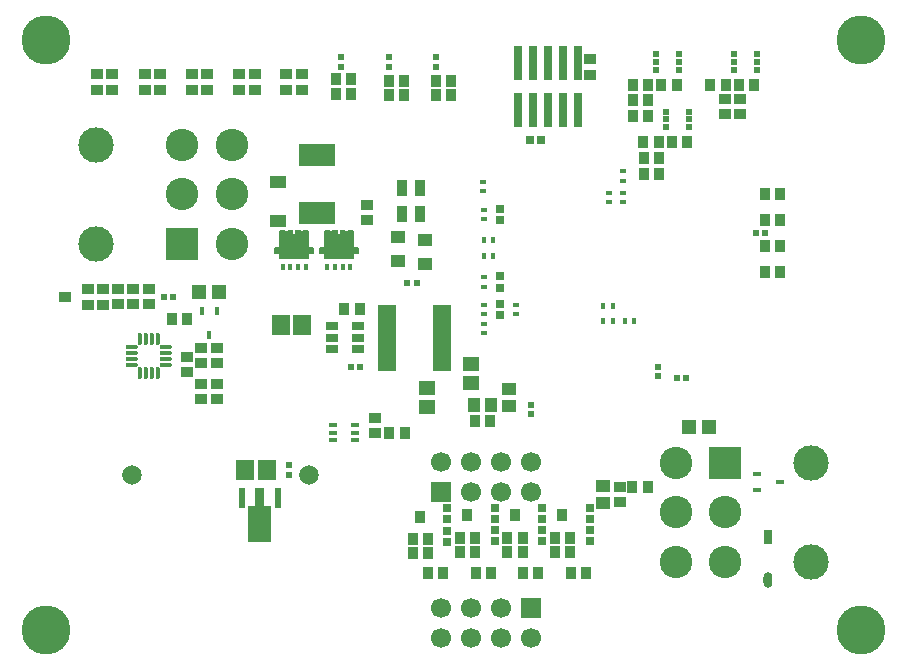
<source format=gbs>
G04*
G04 #@! TF.GenerationSoftware,Altium Limited,Altium Designer,24.4.1 (13)*
G04*
G04 Layer_Color=16711935*
%FSLAX44Y44*%
%MOMM*%
G71*
G04*
G04 #@! TF.SameCoordinates,4A672E86-6C9B-4248-A0BA-008E6FD5887C*
G04*
G04*
G04 #@! TF.FilePolarity,Negative*
G04*
G01*
G75*
%ADD36R,0.5200X0.5200*%
%ADD37R,0.5200X0.5200*%
G04:AMPARAMS|DCode=38|XSize=1.3082mm|YSize=0.7621mm|CornerRadius=0.3811mm|HoleSize=0mm|Usage=FLASHONLY|Rotation=90.000|XOffset=0mm|YOffset=0mm|HoleType=Round|Shape=RoundedRectangle|*
%AMROUNDEDRECTD38*
21,1,1.3082,0.0000,0,0,90.0*
21,1,0.5461,0.7621,0,0,90.0*
1,1,0.7621,0.0000,0.2730*
1,1,0.7621,0.0000,-0.2730*
1,1,0.7621,0.0000,-0.2730*
1,1,0.7621,0.0000,0.2730*
%
%ADD38ROUNDEDRECTD38*%
%ADD39R,0.7621X1.3082*%
%ADD52R,0.9000X1.0000*%
%ADD53R,1.0000X0.8500*%
%ADD54R,1.0000X0.9000*%
%ADD55R,0.8500X1.0500*%
%ADD56R,0.7000X0.7000*%
%ADD59R,0.7000X0.7000*%
%ADD61R,1.1000X0.9500*%
%ADD62R,0.8500X1.0000*%
%ADD63C,1.6580*%
%ADD64R,1.7000X1.7000*%
%ADD65C,1.7000*%
%ADD66R,0.8000X2.9200*%
%ADD67C,3.0000*%
%ADD68R,2.7500X2.7500*%
%ADD69C,2.7500*%
%ADD70C,4.1500*%
%ADD83R,0.4000X0.5000*%
%ADD85R,0.5800X1.7300*%
%ADD86C,1.7397*%
%ADD87R,0.8000X0.4000*%
%ADD90R,1.6000X5.7000*%
%ADD91R,1.0000X0.7000*%
%ADD93R,0.3500X0.5000*%
%ADD95R,3.1500X1.9600*%
%ADD96R,0.7000X0.4200*%
%ADD98R,0.4200X0.7000*%
%ADD99R,0.9500X1.3500*%
%ADD100R,1.2500X1.0000*%
%ADD101R,0.5000X0.4000*%
%ADD102R,0.6725X0.7154*%
%ADD103R,1.4562X1.2546*%
%ADD105R,0.6000X0.5000*%
G04:AMPARAMS|DCode=106|XSize=0.99mm|YSize=0.41mm|CornerRadius=0.1075mm|HoleSize=0mm|Usage=FLASHONLY|Rotation=270.000|XOffset=0mm|YOffset=0mm|HoleType=Round|Shape=RoundedRectangle|*
%AMROUNDEDRECTD106*
21,1,0.9900,0.1950,0,0,270.0*
21,1,0.7750,0.4100,0,0,270.0*
1,1,0.2150,-0.0975,-0.3875*
1,1,0.2150,-0.0975,0.3875*
1,1,0.2150,0.0975,0.3875*
1,1,0.2150,0.0975,-0.3875*
%
%ADD106ROUNDEDRECTD106*%
G04:AMPARAMS|DCode=107|XSize=0.99mm|YSize=0.41mm|CornerRadius=0.1075mm|HoleSize=0mm|Usage=FLASHONLY|Rotation=180.000|XOffset=0mm|YOffset=0mm|HoleType=Round|Shape=RoundedRectangle|*
%AMROUNDEDRECTD107*
21,1,0.9900,0.1950,0,0,180.0*
21,1,0.7750,0.4100,0,0,180.0*
1,1,0.2150,-0.3875,0.0975*
1,1,0.2150,0.3875,0.0975*
1,1,0.2150,0.3875,-0.0975*
1,1,0.2150,-0.3875,-0.0975*
%
%ADD107ROUNDEDRECTD107*%
%ADD108R,1.0500X0.8500*%
%ADD109R,1.6500X1.7000*%
%ADD110R,1.0500X1.2000*%
%ADD111R,1.2000X1.0500*%
%ADD112R,1.3700X1.0600*%
%ADD113R,1.3000X1.2000*%
G36*
X214728Y125413D02*
X220593D01*
Y95113D01*
X201263D01*
Y125413D01*
X207128D01*
Y140413D01*
X214728D01*
Y125413D01*
D02*
G37*
G36*
X251808Y358734D02*
X251923Y358706D01*
X252032Y358661D01*
X252132Y358600D01*
X252222Y358523D01*
X252299Y358433D01*
X252361Y358332D01*
X252406Y358223D01*
X252433Y358108D01*
X252443Y357991D01*
Y355698D01*
X252532Y355661D01*
X252633Y355600D01*
X252722Y355523D01*
X252799Y355433D01*
X252861Y355332D01*
X252906Y355223D01*
X252933Y355108D01*
X252943Y354991D01*
Y344393D01*
X255990D01*
X256108Y344384D01*
X256223Y344356D01*
X256332Y344311D01*
X256432Y344249D01*
X256522Y344173D01*
X256599Y344083D01*
X256661Y343982D01*
X256706Y343873D01*
X256733Y343759D01*
X256743Y343641D01*
Y339341D01*
X256733Y339223D01*
X256706Y339108D01*
X256661Y338999D01*
X256599Y338899D01*
X256522Y338809D01*
X256432Y338732D01*
X256332Y338671D01*
X256223Y338625D01*
X256108Y338598D01*
X255990Y338588D01*
X252943D01*
Y335191D01*
X252933Y335073D01*
X252906Y334958D01*
X252861Y334849D01*
X252799Y334749D01*
X252722Y334659D01*
X252633Y334582D01*
X252532Y334520D01*
X252423Y334475D01*
X252308Y334448D01*
X252190Y334439D01*
X227690D01*
X227573Y334448D01*
X227458Y334475D01*
X227349Y334520D01*
X227248Y334582D01*
X227158Y334659D01*
X227082Y334749D01*
X227020Y334849D01*
X226975Y334958D01*
X226947Y335073D01*
X226938Y335191D01*
Y338588D01*
X223890D01*
X223773Y338598D01*
X223658Y338625D01*
X223549Y338671D01*
X223448Y338732D01*
X223358Y338809D01*
X223282Y338899D01*
X223220Y338999D01*
X223175Y339108D01*
X223147Y339223D01*
X223138Y339341D01*
Y343641D01*
X223147Y343759D01*
X223175Y343873D01*
X223220Y343982D01*
X223282Y344083D01*
X223358Y344173D01*
X223448Y344249D01*
X223549Y344311D01*
X223658Y344356D01*
X223773Y344384D01*
X223890Y344393D01*
X226938D01*
Y354991D01*
X226947Y355108D01*
X226975Y355223D01*
X227020Y355332D01*
X227082Y355433D01*
X227158Y355523D01*
X227248Y355600D01*
X227349Y355661D01*
X227438Y355698D01*
Y357991D01*
X227447Y358108D01*
X227475Y358223D01*
X227520Y358332D01*
X227582Y358433D01*
X227658Y358523D01*
X227748Y358600D01*
X227849Y358661D01*
X227958Y358706D01*
X228073Y358734D01*
X228190Y358743D01*
X232190D01*
X232308Y358734D01*
X232423Y358706D01*
X232532Y358661D01*
X232633Y358600D01*
X232722Y358523D01*
X232799Y358433D01*
X232861Y358332D01*
X232906Y358223D01*
X232933Y358108D01*
X232943Y357991D01*
Y355743D01*
X233938D01*
Y357991D01*
X233947Y358108D01*
X233975Y358223D01*
X234020Y358332D01*
X234082Y358433D01*
X234158Y358523D01*
X234248Y358600D01*
X234349Y358661D01*
X234458Y358706D01*
X234573Y358734D01*
X234690Y358743D01*
X238690D01*
X238808Y358734D01*
X238923Y358706D01*
X239032Y358661D01*
X239132Y358600D01*
X239222Y358523D01*
X239299Y358433D01*
X239361Y358332D01*
X239406Y358223D01*
X239433Y358108D01*
X239443Y357991D01*
Y355743D01*
X240438D01*
Y357991D01*
X240447Y358108D01*
X240475Y358223D01*
X240520Y358332D01*
X240582Y358433D01*
X240658Y358523D01*
X240748Y358600D01*
X240849Y358661D01*
X240958Y358706D01*
X241073Y358734D01*
X241190Y358743D01*
X245190D01*
X245308Y358734D01*
X245423Y358706D01*
X245532Y358661D01*
X245632Y358600D01*
X245722Y358523D01*
X245799Y358433D01*
X245861Y358332D01*
X245906Y358223D01*
X245933Y358108D01*
X245943Y357991D01*
Y355743D01*
X246938D01*
Y357991D01*
X246947Y358108D01*
X246975Y358223D01*
X247020Y358332D01*
X247082Y358433D01*
X247158Y358523D01*
X247248Y358600D01*
X247349Y358661D01*
X247458Y358706D01*
X247573Y358734D01*
X247690Y358743D01*
X251690D01*
X251808Y358734D01*
D02*
G37*
G36*
X289808D02*
X289923Y358706D01*
X290032Y358661D01*
X290133Y358600D01*
X290222Y358523D01*
X290299Y358433D01*
X290361Y358332D01*
X290406Y358223D01*
X290433Y358108D01*
X290443Y357991D01*
Y355698D01*
X290532Y355661D01*
X290632Y355600D01*
X290722Y355523D01*
X290799Y355433D01*
X290861Y355332D01*
X290906Y355223D01*
X290933Y355108D01*
X290943Y354991D01*
Y344393D01*
X293990D01*
X294108Y344384D01*
X294223Y344356D01*
X294332Y344311D01*
X294433Y344249D01*
X294522Y344173D01*
X294599Y344083D01*
X294661Y343982D01*
X294706Y343873D01*
X294733Y343759D01*
X294743Y343641D01*
Y339341D01*
X294733Y339223D01*
X294706Y339108D01*
X294661Y338999D01*
X294599Y338899D01*
X294522Y338809D01*
X294433Y338732D01*
X294332Y338671D01*
X294223Y338625D01*
X294108Y338598D01*
X293990Y338588D01*
X290943D01*
Y335191D01*
X290933Y335073D01*
X290906Y334958D01*
X290861Y334849D01*
X290799Y334749D01*
X290722Y334659D01*
X290632Y334582D01*
X290532Y334520D01*
X290423Y334475D01*
X290308Y334448D01*
X290190Y334439D01*
X265690D01*
X265573Y334448D01*
X265458Y334475D01*
X265349Y334520D01*
X265248Y334582D01*
X265158Y334659D01*
X265082Y334749D01*
X265020Y334849D01*
X264975Y334958D01*
X264947Y335073D01*
X264938Y335191D01*
Y338588D01*
X261890D01*
X261773Y338598D01*
X261658Y338625D01*
X261549Y338671D01*
X261448Y338732D01*
X261358Y338809D01*
X261282Y338899D01*
X261220Y338999D01*
X261175Y339108D01*
X261147Y339223D01*
X261138Y339341D01*
Y343641D01*
X261147Y343759D01*
X261175Y343873D01*
X261220Y343982D01*
X261282Y344083D01*
X261358Y344173D01*
X261448Y344249D01*
X261549Y344311D01*
X261658Y344356D01*
X261773Y344384D01*
X261890Y344393D01*
X264938D01*
Y354991D01*
X264947Y355108D01*
X264975Y355223D01*
X265020Y355332D01*
X265082Y355433D01*
X265158Y355523D01*
X265248Y355600D01*
X265349Y355661D01*
X265438Y355698D01*
Y357991D01*
X265447Y358108D01*
X265475Y358223D01*
X265520Y358332D01*
X265582Y358433D01*
X265658Y358523D01*
X265748Y358600D01*
X265849Y358661D01*
X265958Y358706D01*
X266073Y358734D01*
X266190Y358743D01*
X270190D01*
X270308Y358734D01*
X270423Y358706D01*
X270532Y358661D01*
X270632Y358600D01*
X270722Y358523D01*
X270799Y358433D01*
X270861Y358332D01*
X270906Y358223D01*
X270933Y358108D01*
X270943Y357991D01*
Y355743D01*
X271938D01*
Y357991D01*
X271947Y358108D01*
X271975Y358223D01*
X272020Y358332D01*
X272082Y358433D01*
X272158Y358523D01*
X272248Y358600D01*
X272349Y358661D01*
X272458Y358706D01*
X272573Y358734D01*
X272690Y358743D01*
X276690D01*
X276808Y358734D01*
X276923Y358706D01*
X277032Y358661D01*
X277132Y358600D01*
X277222Y358523D01*
X277299Y358433D01*
X277361Y358332D01*
X277406Y358223D01*
X277433Y358108D01*
X277443Y357991D01*
Y355743D01*
X278438D01*
Y357991D01*
X278447Y358108D01*
X278475Y358223D01*
X278520Y358332D01*
X278582Y358433D01*
X278658Y358523D01*
X278748Y358600D01*
X278849Y358661D01*
X278958Y358706D01*
X279073Y358734D01*
X279190Y358743D01*
X283190D01*
X283308Y358734D01*
X283423Y358706D01*
X283532Y358661D01*
X283633Y358600D01*
X283722Y358523D01*
X283799Y358433D01*
X283861Y358332D01*
X283906Y358223D01*
X283933Y358108D01*
X283943Y357991D01*
Y355743D01*
X284938D01*
Y357991D01*
X284947Y358108D01*
X284975Y358223D01*
X285020Y358332D01*
X285082Y358433D01*
X285158Y358523D01*
X285248Y358600D01*
X285349Y358661D01*
X285458Y358706D01*
X285573Y358734D01*
X285690Y358743D01*
X289690D01*
X289808Y358734D01*
D02*
G37*
D36*
X235750Y159750D02*
D03*
Y151750D02*
D03*
X280000Y497500D02*
D03*
Y505500D02*
D03*
X360000Y497500D02*
D03*
Y505500D02*
D03*
X320000Y497500D02*
D03*
Y505500D02*
D03*
X440500Y211000D02*
D03*
Y203000D02*
D03*
X548250Y243500D02*
D03*
Y235500D02*
D03*
D37*
X137400Y302600D02*
D03*
X129400D02*
D03*
X630750Y356481D02*
D03*
X638750D02*
D03*
X287750Y242750D02*
D03*
X295750D02*
D03*
X343750Y314615D02*
D03*
X335750D02*
D03*
X563750Y233750D02*
D03*
X571750D02*
D03*
D38*
X641500Y62500D02*
D03*
D39*
Y99000D02*
D03*
D52*
X526750Y482000D02*
D03*
X539750D02*
D03*
X564000D02*
D03*
X551000D02*
D03*
X592500Y482000D02*
D03*
X605500D02*
D03*
X629750D02*
D03*
X616750D02*
D03*
X535657Y433496D02*
D03*
X548657D02*
D03*
X572906D02*
D03*
X559907D02*
D03*
X149650Y284100D02*
D03*
X136650D02*
D03*
X275250Y474500D02*
D03*
X288250D02*
D03*
X539250Y141750D02*
D03*
X526250D02*
D03*
X333500Y187500D02*
D03*
X320500D02*
D03*
X393000Y197750D02*
D03*
X406000D02*
D03*
X433500Y86695D02*
D03*
X420500D02*
D03*
X473500Y86500D02*
D03*
X460500D02*
D03*
X393250Y86500D02*
D03*
X380250D02*
D03*
X353250Y85500D02*
D03*
X340250D02*
D03*
X295500Y292250D02*
D03*
X282500D02*
D03*
X651750Y323481D02*
D03*
X638750D02*
D03*
X651750Y367481D02*
D03*
X638750D02*
D03*
X651750Y345481D02*
D03*
X638750D02*
D03*
X651750Y389481D02*
D03*
X638750D02*
D03*
X333000Y473000D02*
D03*
X320000D02*
D03*
X373000D02*
D03*
X360000D02*
D03*
X373000Y485500D02*
D03*
X360000D02*
D03*
X333000Y485500D02*
D03*
X320000D02*
D03*
D53*
X604500Y470000D02*
D03*
Y457500D02*
D03*
X617750Y470000D02*
D03*
Y457500D02*
D03*
X103900Y308850D02*
D03*
Y296350D02*
D03*
X308500Y187500D02*
D03*
Y200000D02*
D03*
D54*
X149250Y251750D02*
D03*
Y238750D02*
D03*
X117150Y296100D02*
D03*
Y309100D02*
D03*
X161400Y259200D02*
D03*
Y246200D02*
D03*
X78000Y296000D02*
D03*
Y309000D02*
D03*
X90650Y309100D02*
D03*
Y296100D02*
D03*
X174650Y259200D02*
D03*
Y246200D02*
D03*
X161400Y216100D02*
D03*
Y229100D02*
D03*
X174650Y229100D02*
D03*
Y216100D02*
D03*
X515500Y128750D02*
D03*
Y141750D02*
D03*
X302000Y380250D02*
D03*
Y367250D02*
D03*
X86000Y491000D02*
D03*
Y478000D02*
D03*
X490500Y490500D02*
D03*
Y503500D02*
D03*
D55*
X433500Y98695D02*
D03*
X420500D02*
D03*
X427000Y117695D02*
D03*
X473500Y98500D02*
D03*
X460500D02*
D03*
X467000Y117500D02*
D03*
X393250Y98500D02*
D03*
X380250D02*
D03*
X386750Y117500D02*
D03*
X353250Y97500D02*
D03*
X340250D02*
D03*
X346750Y116500D02*
D03*
D56*
X490250Y105000D02*
D03*
Y96000D02*
D03*
Y114500D02*
D03*
Y123500D02*
D03*
X450000Y114500D02*
D03*
Y123500D02*
D03*
Y105000D02*
D03*
Y96000D02*
D03*
X409750Y114500D02*
D03*
Y123500D02*
D03*
Y105000D02*
D03*
Y96000D02*
D03*
X369750Y114500D02*
D03*
Y123500D02*
D03*
Y104250D02*
D03*
Y95250D02*
D03*
D59*
X439750Y435500D02*
D03*
X448750D02*
D03*
D61*
X193500Y491250D02*
D03*
Y477750D02*
D03*
X206500Y491250D02*
D03*
Y477750D02*
D03*
X153413Y491250D02*
D03*
Y477750D02*
D03*
X166500Y491250D02*
D03*
Y477750D02*
D03*
X246500Y491250D02*
D03*
Y477750D02*
D03*
X233500Y491250D02*
D03*
Y477750D02*
D03*
X126645Y491250D02*
D03*
Y477750D02*
D03*
X113395Y491250D02*
D03*
Y477750D02*
D03*
X73500Y491250D02*
D03*
Y477750D02*
D03*
D62*
X539500Y468750D02*
D03*
X527000D02*
D03*
X539500Y455500D02*
D03*
X527000D02*
D03*
X548500Y406879D02*
D03*
X536000D02*
D03*
X548500Y420129D02*
D03*
X536000D02*
D03*
X434000Y68445D02*
D03*
X446500D02*
D03*
X474250Y68500D02*
D03*
X486750D02*
D03*
X393750D02*
D03*
X406250D02*
D03*
X353750Y68500D02*
D03*
X366250D02*
D03*
X288000Y487000D02*
D03*
X275500D02*
D03*
D63*
X102750Y151750D02*
D03*
X252750D02*
D03*
D64*
X364650Y137300D02*
D03*
X440900Y38750D02*
D03*
D65*
X364650Y162700D02*
D03*
X390050Y137300D02*
D03*
X415450D02*
D03*
X390050Y162700D02*
D03*
X415450D02*
D03*
X440850Y137300D02*
D03*
Y162700D02*
D03*
X364700Y13350D02*
D03*
Y38750D02*
D03*
X390100Y13350D02*
D03*
X415500D02*
D03*
X390100Y38750D02*
D03*
X415500D02*
D03*
X440900Y13350D02*
D03*
D66*
X480200Y500800D02*
D03*
X467500D02*
D03*
X454800D02*
D03*
X442100D02*
D03*
X429400D02*
D03*
X480200Y460500D02*
D03*
X467500D02*
D03*
X454800D02*
D03*
X442100D02*
D03*
X429400D02*
D03*
D67*
X72000Y347250D02*
D03*
Y431250D02*
D03*
X678000Y78000D02*
D03*
Y162000D02*
D03*
D68*
X145000Y347250D02*
D03*
X605000Y162000D02*
D03*
D69*
X145000Y389250D02*
D03*
Y431250D02*
D03*
X187000Y347250D02*
D03*
Y389250D02*
D03*
Y431250D02*
D03*
X563000Y78000D02*
D03*
Y120000D02*
D03*
Y162000D02*
D03*
X605000Y78000D02*
D03*
Y120000D02*
D03*
D70*
X30000Y520000D02*
D03*
X720000Y20000D02*
D03*
X30000D02*
D03*
X720000Y520000D02*
D03*
D83*
X400770Y350750D02*
D03*
X408770D02*
D03*
X509750Y294344D02*
D03*
X501750D02*
D03*
X509750Y281770D02*
D03*
X501750D02*
D03*
X519750D02*
D03*
X527750D02*
D03*
X408750Y337250D02*
D03*
X400750D02*
D03*
D85*
X195928Y131763D02*
D03*
X225928D02*
D03*
D86*
X210928Y113954D02*
D03*
D87*
X291750Y194000D02*
D03*
Y187500D02*
D03*
Y181000D02*
D03*
X272750D02*
D03*
Y187500D02*
D03*
Y194000D02*
D03*
D90*
X318250Y268000D02*
D03*
X365250D02*
D03*
D91*
X271755Y258500D02*
D03*
Y268000D02*
D03*
Y277500D02*
D03*
X293745D02*
D03*
Y268000D02*
D03*
Y258500D02*
D03*
D93*
X249690Y327491D02*
D03*
X243190D02*
D03*
X236690D02*
D03*
X230190D02*
D03*
X287690D02*
D03*
X281190D02*
D03*
X274690D02*
D03*
X268190D02*
D03*
D95*
X258940Y422816D02*
D03*
Y373716D02*
D03*
D96*
X631500Y139250D02*
D03*
Y152250D02*
D03*
X651500Y145750D02*
D03*
D98*
X161650Y290600D02*
D03*
X174650D02*
D03*
X168150Y270600D02*
D03*
D99*
X331500Y373026D02*
D03*
X346500D02*
D03*
X331500Y394776D02*
D03*
X346500D02*
D03*
D100*
X350750Y350365D02*
D03*
Y330365D02*
D03*
X327750Y332865D02*
D03*
Y352865D02*
D03*
D101*
X518730Y390750D02*
D03*
Y382750D02*
D03*
X506342Y390744D02*
D03*
Y382744D02*
D03*
X518730Y400750D02*
D03*
Y408750D02*
D03*
X399750Y399730D02*
D03*
Y391730D02*
D03*
X400750Y279750D02*
D03*
Y271750D02*
D03*
X400770Y295750D02*
D03*
Y287750D02*
D03*
X428020Y295750D02*
D03*
Y287750D02*
D03*
X400902Y311035D02*
D03*
Y319035D02*
D03*
X400770Y376250D02*
D03*
Y368250D02*
D03*
D102*
X414520Y286714D02*
D03*
Y296285D02*
D03*
X414540Y319785D02*
D03*
Y310214D02*
D03*
X414408Y367470D02*
D03*
Y377041D02*
D03*
D103*
X390000Y229242D02*
D03*
Y245758D02*
D03*
X352250Y208984D02*
D03*
Y225500D02*
D03*
D105*
X546250Y494750D02*
D03*
Y501250D02*
D03*
Y507750D02*
D03*
X565750D02*
D03*
Y501250D02*
D03*
Y494750D02*
D03*
X612000Y494750D02*
D03*
Y501250D02*
D03*
Y507750D02*
D03*
X631500D02*
D03*
Y501250D02*
D03*
Y494750D02*
D03*
X555157Y446246D02*
D03*
Y452746D02*
D03*
Y459246D02*
D03*
X574657D02*
D03*
Y452746D02*
D03*
Y446246D02*
D03*
D106*
X109650Y238350D02*
D03*
X114650D02*
D03*
X119650D02*
D03*
X124650D02*
D03*
Y267050D02*
D03*
X119650D02*
D03*
X114650D02*
D03*
X109650D02*
D03*
D107*
X102800Y260200D02*
D03*
Y255200D02*
D03*
Y250200D02*
D03*
Y245200D02*
D03*
X131500D02*
D03*
Y250200D02*
D03*
Y255200D02*
D03*
Y260200D02*
D03*
D108*
X46250Y302500D02*
D03*
X65250Y296000D02*
D03*
Y309000D02*
D03*
D109*
X247000Y279000D02*
D03*
X229000D02*
D03*
X216750Y155750D02*
D03*
X198750D02*
D03*
D110*
X406750Y210750D02*
D03*
X392250D02*
D03*
D111*
X422000Y224500D02*
D03*
Y210000D02*
D03*
X501250Y128000D02*
D03*
Y142500D02*
D03*
D112*
X226000Y366900D02*
D03*
Y399600D02*
D03*
D113*
X574250Y192000D02*
D03*
X591250D02*
D03*
X176400Y306600D02*
D03*
X159400D02*
D03*
M02*

</source>
